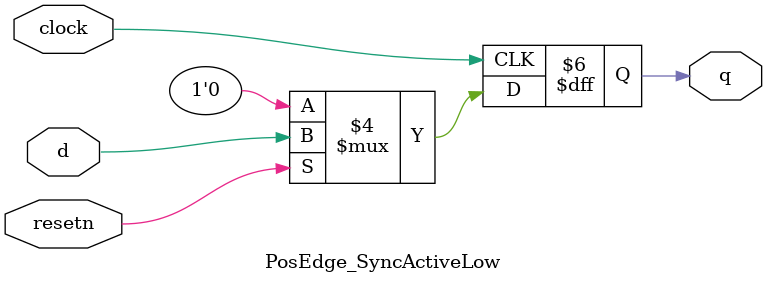
<source format=v>
`timescale 1ns / 1ps
`default_nettype none

module top(SW, LEDR); 
	input[9:0]SW;
	output[9:0]LEDR;

	PosEdge_SyncActiveLow u0(SW[0], SW[9], SW[1], LEDR[0]);

endmodule

module PosEdge_SyncActiveLow(d, clock, resetn, q);
    input d, clock, resetn;
    output reg q;
	 
    always@(posedge clock) 
        begin
            if (resetn == 1'b0)
                q <= 0; 
            else
                q <= d;
        end
endmodule

</source>
